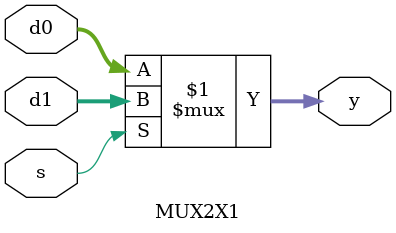
<source format=sv>

module MUX2X1(
              input logic [7:0]d0, d1,
              input logic s,
              output logic [7:0]y
              );
        assign y = s ? d1 : d0;
endmodule

</source>
